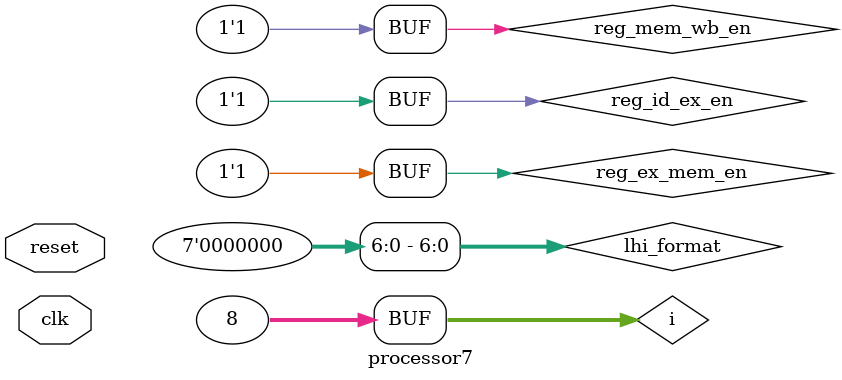
<source format=v>

module processor7 (
	input clk, reset
);

//reg [15:0] pc_current = 16'd0;
wire [15:0] pc_current_value;
reg pc_enable = 1'b1;

wire [15:0] IWR, pc_1, alu3_src2_value, alu3_out, sign_extended_6_id, sign_extended_9_id;
wire [15:0] T1, T2, alu1_out, sign_extended_6_ex, sign_extended_9_ex, T3, alu1_src2_4, T4;
wire [15:0] lhi_format;

reg [15:0] reg_addr1, pc_2, alu1_src2_value, pc_3, rfd3;

wire [2:0] temp_addr, alu_control_signal;
reg [2:0] rfa3;

wire t3_sel, branch, jump, load, sig_multiple, sig_all, mem_read, mem_write, reg_write;
wire [1:0] alu1_src, alu1_op, jump_type, reg_src1, reg_write_data_sel, reg_write_addr_sel;

reg carry_flag, zero_flag;

wire carry, zero, modify_reg_write, new_reg_write;


wire stall_condition_sp;
wire r_type_id, sw_id, br_id, sig_mult_or_all_id, adi_instr, store_multiple_id, store_all_id; 

wire [2:0] ra_id, ra_ex, ra_mem, ra_wb, rb_id, rb_ex, rb_mem, rb_wb, rc_ex, rc_mem, rc_wb;

wire r_type_ex, r_type_mem, r_type_wb;

wire condition1_t1_r1, condition1_t1_r2, condition1_t1_r;
wire condition2_t1_r1, condition2_t1_r2, condition2_t1_r;
wire condition3_t1_r1, condition3_t1_r2, condition3_t1_r;

wire condition1_t2_r1, condition1_t2_r2, condition1_t2_r3, condition1_t2_r;
wire condition2_t2_r1, condition2_t2_r2, condition2_t2_r3, condition2_t2_r;
wire condition3_t2_r1, condition3_t2_r2, condition3_t2_r3, condition3_t2_r;

wire [15:0] value_from_ex_to_id_r, value_from_mem_to_id_r, value_from_wb_to_id_r;

wire lw_lhi_ex, lw_lhi_mem, lw_lhi_wb;

wire stall_condition_t1_lw_lhi1, stall_condition_t1_lw_lhi2, stall_condition_t1_lw_lhi;
wire condition1_t1_lw_lhi1, condition1_t1_lw_lhi2, condition1_t1_lw_lhi;
wire condition2_t1_lw_lhi1, condition2_t1_lw_lhi2, condition2_t1_lw_lhi;

wire stall_condition_t2_lw_lhi1, stall_condition_t2_lw_lhi2, stall_condition_t2_lw_lhi3, stall_condition_t2_lw_lhi;
wire condition1_t2_lw_lhi1, condition1_t2_lw_lhi2, condition1_t2_lw_lhi3, condition1_t2_lw_lhi;
wire condition2_t2_lw_lhi1, condition2_t2_lw_lhi2, condition2_t2_lw_lhi3, condition2_t2_lw_lhi;

wire [15:0] value_from_mem_to_id_lw_lhi, value_from_wb_to_id_lw_lhi;

wire jal_jlr_ex, jal_jlr_mem, jal_jlr_wb;
wire condition1_t1_jal_jlr1, condition1_t1_jal_jlr2, condition1_t1_jal_jlr;
wire condition2_t1_jal_jlr1, condition2_t1_jal_jlr2, condition2_t1_jal_jlr;
wire condition3_t1_jal_jlr1, condition3_t1_jal_jlr2, condition3_t1_jal_jlr;
wire condition1_t2_jal_jlr1, condition1_t2_jal_jlr2, condition1_t2_jal_jlr3, condition1_t2_jal_jlr;
wire condition2_t2_jal_jlr1, condition2_t2_jal_jlr2, condition2_t2_jal_jlr3, condition2_t2_jal_jlr;
wire condition3_t2_jal_jlr1, condition3_t2_jal_jlr2, condition3_t2_jal_jlr3, condition3_t2_jal_jlr;
wire [15:0] value_from_ex_to_id_jal_jlr, value_from_mem_to_id_jal_jlr, value_from_wb_to_id_jal_jlr;

wire lm_ex, lm_mem;
wire condition1_t1_lm1, condition1_t1_lm2, condition1_t1_lm;
wire condition2_t1_lm1, condition2_t1_lm2,  condition2_t1_lm3, condition2_t1_lm4, condition2_t1_lm;
wire condition1_t2_lm1, condition1_t2_lm2, condition1_t2_lm3, condition1_t2_lm;
wire condition2_t2_lm1, condition2_t2_lm2, condition2_t2_lm3, condition2_t2_lm4, condition2_t2_lm5, condition2_t2_lm6, condition2_t2_lm;
wire [15:0] value_from_mem_to_id_lm, value_from_wb_to_id_lm;

wire la_ex, la_mem;
wire condition1_t1_la1, condition1_t1_la2, condition1_t1_la;
wire condition2_t1_la1, condition2_t1_la2, condition2_t1_la3, condition2_t1_la4, condition2_t1_la;
wire condition1_t2_la1, condition1_t2_la2, condition1_t2_la3, condition1_t2_la;
wire condition2_t2_la1, condition2_t2_la2, condition2_t2_la3, condition2_t2_la4, condition2_t2_la5, condition2_t2_la6, condition2_t2_la;

wire [15:0] value_from_mem_to_id_la, value_from_wb_to_id_la;

wire adi_ex, adi_mem, adi_wb;
wire condition1_t1_adi1, condition1_t1_adi2, condition1_t1_adi;
wire condition2_t1_adi1, condition2_t1_adi2, condition2_t1_adi;
wire condition3_t1_adi1, condition3_t1_adi2, condition3_t1_adi;
wire condition1_t2_adi1, condition1_t2_adi2, condition1_t2_adi3, condition1_t2_adi;
wire condition2_t2_adi1, condition2_t2_adi2, condition2_t2_adi3, condition2_t2_adi;
wire condition3_t2_adi1, condition3_t2_adi2, condition3_t2_adi3, condition3_t2_adi;
wire [15:0] value_from_ex_to_id_adi, value_from_mem_to_id_adi, value_from_wb_to_id_adi;


/////
wire store_all_ex, store_all_mem;
/////

////////////////////////
reg [2:0] reg_addr2, counter_store_multiple, counter_store_all, k_multiple, k_all;
reg counter_store_multiple_en, counter_store_all_en, k_multiple_en, k_all_en, reg_write_sp;
reg shift_reg_store_en, mem_write_sp, shift_reg_load_en, counter_load_multiple_en, counter_load_all_en;
reg [7:0] shift_reg_store, shift_reg_load;
reg [2:0] counter_load, counter_load_multiple, counter_load_all;
wire [15:0] alu1_src1_value;
wire alu1_extra_control_sig;

//////////////////////
reg flush_condition_ex1;
wire flush_condition_ex2;
wire flush_condition_ex3;
wire flush_condition_ex;
wire flush_condition_id;
wire flush_condition_mem;

reg [15:0] T1_new, T2_new;

reg reg_if_id_en = 1'b1;
reg reg_id_ex_en = 1'b1;
reg reg_ex_mem_en = 1'b1;
reg reg_mem_wb_en = 1'b1;

reg [48:0] IF_ID_reg = 49'b0;
reg [115:0] ID_EX_reg = 116'b0;
reg [96:0] EX_MEM_reg = 97'b0;
reg [77:0] MEM_WB_reg = 78'b0;

reg [33:0] look_up_table_branch [0:7];
reg [2:0] look_up_table_branch_top;

reg [1:0] fsm_table [0:7];

reg flag1, flag2, flag3, flag4, match_sig, match_sig1;
//reg [2:0] i;
integer i;
integer i_var;
reg [15:0] bta, bta1;

initial
begin
	for(i=0; i<8; i=i+1)
		look_up_table_branch[i] = 0;
	
	look_up_table_branch_top = 0;
	
	fsm_table[0] = 2'b00;
	fsm_table[1] = 2'b01;
	fsm_table[2] = 2'b00;
	fsm_table[3] = 2'b11;
	fsm_table[4] = 2'b00;
	fsm_table[5] = 2'b11;
	fsm_table[6] = 2'b10;
	fsm_table[7] = 2'b11;
	
//	pc_current = 0;
	IF_ID_reg = 0;
	ID_EX_reg = 0;
	EX_MEM_reg = 0;
	MEM_WB_reg = 0;
	carry_flag = 0;
	zero_flag = 0;
	
	counter_load_all = 0;
	counter_load_multiple = 0;
	counter_store_all = 0;
	counter_store_multiple = 0;
	k_multiple = 0;
	k_all = 0;
	
	counter_load_all_en = 1'b0;
	counter_load_multiple_en = 1'b0;
	counter_store_all_en = 1'b0;
	counter_store_multiple_en = 1'b0;
	k_multiple_en = 1'b0;
	k_all_en = 1'b0;
end

/////////////////// in instruction fetch (IF) state ////////////////

//instruction_memory imem (
//								.pc(pc_current),
//								.instruction(IWR));

instruction_memory imem (
								.pc(pc_current_value),
								.instruction(IWR));

always @(*) begin
	flag3 = 0;
	for (i=0; i<8; i=i+1)
		if(flag3 != 1) begin
			if ((look_up_table_branch[i][33:18] == pc_current_value) && (look_up_table_branch[i][1] == 1'b1)) begin
				bta <= look_up_table_branch[i][17:2];
				match_sig <= 1'b1;
				flag3 = 1;
			end
			else begin
				bta <= 16'd0;
				match_sig <= 1'b0;
			end
		end
end
			
			
								
//alu_adder alu2 (.a(pc_current),
//						.b(16'd1),
//						.alu_result(pc_1));

alu_adder alu2 (.a(pc_current_value),
						.b(16'd1),
						.alu_result(pc_1));


/////////////////// end of if ////////////////////////

always @(posedge clk)
	begin
		if (reg_if_id_en)
			begin
				if (flush_condition_id | flush_condition_ex | flush_condition_mem)
					IF_ID_reg <= 0;
				else begin
					IF_ID_reg[48] <= match_sig;
//					IF_ID_reg[47:32] <= pc_current;
					IF_ID_reg[47:32] <= pc_current_value;
					IF_ID_reg[31:16] <= pc_1;
					IF_ID_reg[15:0] <= IWR;
				end
			end
		//pc_current <= pc_1;
	end

/////////////////// in instruction decode and register read (ID-OF) state //////////////

control_unit cu (
					.reset( reset ),
					.opcode( IF_ID_reg[15:12] ),
					.alu1_src( alu1_src ),
					.alu1_op( alu1_op ),
					.t3_sel( t3_sel ),
					.load( load ),
					.sig_multiple( sig_multiple ),
					.sig_all( sig_all ),
					.branch( branch ),
					.jump( jump ),
					.jump_type( jump_type ),
					.reg_src1( reg_src1 ),
					.mem_read( mem_read ),
					.mem_write( mem_write ),
					.reg_write( reg_write ),
					.reg_write_data_sel( reg_write_data_sel ),
					.reg_write_addr_sel( reg_write_addr_sel )
					);
				
					
alu_adder alu3 (
					.a( IF_ID_reg[47:32] ),		//pc_current
					.b( alu3_src2_value ),		//alu3_src2
					.alu_result( alu3_out )		//alu3_out
					);

// se6 of IWR(5:0)					
assign sign_extended_6_id = {{10{IF_ID_reg[5]}}, IF_ID_reg[5:0]};

// se9 of IWR(8:0)
assign sign_extended_9_id = {{7{IF_ID_reg[8]}}, IF_ID_reg[8:0]};

// control signal is jump_type ans branch
assign alu3_src2_value = (~branch & jump) ? sign_extended_9_id : sign_extended_6_id;


register_file1 reg_file (
								.clk( clk ),
								.rst( reset ),
								.reg_write_en( reg_write_sp ),
								.reg_read_addr_1( reg_addr1 ),		//rf_a1
								.reg_read_data_1( T1 ),		//rf_d1
								.reg_read_addr_2( reg_addr2 ),		//rf_a2 = IWR(8:6)
								.reg_read_data_2( T2 ),		//rf_d2
								.reg_write_dest( rfa3 ),		//rf_a3
								.reg_write_data( rfd3 ),			//rf_d3
								.pc_enable_value( pc_enable ),
								.pc_value_out( pc_current_value ),
								.condition1( match_sig ),
								.condition2( (match_sig1 & ((EX_MEM_reg[13] & EX_MEM_reg[12]) & (EX_MEM_reg[16]) & (counter_load_multiple[2] & counter_load_multiple[1] & ~counter_load_multiple[0]))) ),
								.condition3( (~IF_ID_reg[48] & ((jump & (jump_type[0] ^ jump_type[1])) & (& IF_ID_reg[11:9]))) ),
								.condition4( (~IF_ID_reg[48] & (jump & (jump_type[0] ^ jump_type[1]) & ~(& IF_ID_reg[11:9]))) ),
								.condition5( ((ID_EX_reg[10] & (ID_EX_reg[115] ^ zero)) | (~ID_EX_reg[115] & (ID_EX_reg[9] & ~(ID_EX_reg[8] | ID_EX_reg[7])))) ),
								.condition6( (~ID_EX_reg[115] & ((~ID_EX_reg[16] & ID_EX_reg[4]) & (& rc_ex))) ),
								.condition7( (~ID_EX_reg[115] & ((ID_EX_reg[4] & (~ID_EX_reg[13]) & (~ID_EX_reg[9]) & ID_EX_reg[16]) & (& rb_ex))) ),
								.condition8( (~EX_MEM_reg[80] & ((EX_MEM_reg[13] & ~(EX_MEM_reg[12] ^ EX_MEM_reg[11])) & (& ra_mem))) ),
								.condition9( (~match_sig1 & ((EX_MEM_reg[13] & EX_MEM_reg[12]) & (EX_MEM_reg[16]) & (counter_load_multiple[2] & counter_load_multiple[1] & ~counter_load_multiple[0]))) ),
								.value1( bta ),
								.value2( bta1 ),
								.value3( IF_ID_reg[31:16] ),
								.value4( pc_2 ),
								.value5( pc_3 ),
								.value6( T3 ),
								.value7( T3 ),
								.value8( T4 ),
								.value9( T4 ),
								.value10( pc_1 )
								);
						
always @(posedge clk)
	if ((counter_store_multiple == 7) | (k_multiple == 7))
		counter_store_multiple_en <= 1'b0;
	else if (sig_multiple & (~load))
		counter_store_multiple_en <= 1'b1;
	

always @(posedge clk)
	if ((counter_store_multiple_en | (~load & sig_multiple)) & (|(k_multiple ^ 3'b111)))
		counter_store_multiple <= counter_store_multiple + 1;

always @(posedge clk)
	if ((counter_store_all == 6) | (k_all == 6))
		counter_store_all_en <= 1'b0;
	else if (sig_all & (~load))
		counter_store_all_en <= 1'b1;
	

always @(posedge clk)
	if ((counter_store_all_en | (~load & sig_all)) & (|(k_all ^ 3'b110))) begin
		counter_store_all <= counter_store_all + 1;
		if (counter_store_all == 6)
			counter_store_all <= 0;
	end

always @(*)
	if (~load & sig_multiple)
		reg_addr2 <= counter_store_multiple;
	else if (~load & sig_all)
		reg_addr2 <= counter_store_all;
	else
		reg_addr2 <= IF_ID_reg[8:6];

always @(*)
	case (reg_src1)
		2'b00: reg_addr1 <= IF_ID_reg[11:9];
		2'b01: reg_addr1 <= IF_ID_reg[8:6];
		default: reg_addr1 <= IF_ID_reg[11:9];
	endcase

always @(*)
	if ((branch == 1'b1) || (jump_type == 2'b01))
		pc_2 <= alu3_out;
	else if (jump_type == 2'b10)
		pc_2 <= T1;
	else
		pc_2 <= 16'bz;

////
		
always @(posedge clk)
	if (k_multiple == 7)
		k_multiple_en <= 1'b0;
	else if (sig_multiple)
		k_multiple_en <= 1'b1;
	

always @(posedge clk)
	if (k_multiple_en)
		k_multiple <= k_multiple + 1;

always @(posedge clk)
	if (k_all == 6)
		k_all_en <= 1'b0;
	else if (sig_all)
		k_all_en <= 1'b1;
		
always @(posedge clk)
	if (k_all_en) begin
		k_all <= k_all + 1;
		if (k_all == 6)
			k_all <= 0;
	end
		
////		

//////// Correction of Violation //////////////////

assign stall_condition_sp = (((sig_multiple == 1'b1) && (k_multiple < 7)) || ((sig_all == 1'b1) && (k_all < 6))) ? 1'b1 : 1'b0;
//assign stall_condition_sp = (((sig_multiple == 1'b1) && (k_multiple < 6)) || ((sig_all == 1'b1) && (k_all < 5))) ? 1'b1 : 1'b0;

always @(*)
	if (~(flush_condition_id | flush_condition_ex | flush_condition_mem) & (stall_condition_t1_lw_lhi | stall_condition_t2_lw_lhi | stall_condition_sp)) begin
		pc_enable <= 1'b0;
		reg_if_id_en <= 1'b0;
	end
	else begin
		pc_enable <= 1'b1;
		reg_if_id_en <= 1'b1;
	end
	

always @(*)
	if (condition1_t1_lw_lhi)
		T1_new <= value_from_mem_to_id_lw_lhi;
	else if (condition2_t1_lw_lhi)
		T1_new <= value_from_wb_to_id_lw_lhi;
	else if (condition1_t1_lm)
		T1_new <= value_from_mem_to_id_lm;
	else if (condition2_t1_lm)
		T1_new <= value_from_wb_to_id_lm;
	else if (condition1_t1_la)
		T1_new <= value_from_mem_to_id_la;
	else if (condition2_t1_la)
		T1_new <= value_from_wb_to_id_la;
	else if (condition1_t1_r)
		T1_new <= value_from_ex_to_id_r;
	else if (condition2_t1_r)
		T1_new <= value_from_mem_to_id_r;
	else if (condition3_t1_r)
		T1_new <= value_from_wb_to_id_r;
	else if (condition1_t1_adi)
		T1_new <= value_from_ex_to_id_adi;
	else if (condition2_t1_adi)
		T1_new <= value_from_mem_to_id_adi;
	else if (condition3_t1_adi)
		T1_new <= value_from_wb_to_id_adi;
	else if (condition1_t1_jal_jlr)
		T1_new <= value_from_ex_to_id_jal_jlr;
	else if (condition2_t1_jal_jlr)
		T1_new <= value_from_mem_to_id_jal_jlr;
	else if (condition3_t1_jal_jlr)
		T1_new <= value_from_wb_to_id_jal_jlr;
	else
		T1_new <= T1;

always @(*)
	if (condition1_t2_lw_lhi)
		T2_new <= value_from_mem_to_id_lw_lhi;
	else if (condition2_t2_lw_lhi)
		T2_new <= value_from_wb_to_id_lw_lhi;
	else if (condition1_t2_lm)
		T2_new <= value_from_mem_to_id_lm;
	else if (condition2_t2_lm)
		T2_new <= value_from_wb_to_id_lm;
	else if (condition1_t2_la)
		T2_new <= value_from_mem_to_id_la;
	else if (condition2_t2_la)
		T2_new <= value_from_wb_to_id_la;
	else if (condition1_t2_r)
		T2_new <= value_from_ex_to_id_r;
	else if (condition2_t2_r)
		T2_new <= value_from_mem_to_id_r;
	else if (condition3_t2_r)
		T2_new <= value_from_wb_to_id_r;
	else if (condition1_t2_adi)
		T2_new <= value_from_ex_to_id_adi;
	else if (condition2_t2_adi)
		T2_new <= value_from_mem_to_id_adi;
	else if (condition3_t2_adi)
		T2_new <= value_from_wb_to_id_adi;
	else if (condition1_t2_jal_jlr)
		T2_new <= value_from_ex_to_id_jal_jlr;
	else if (condition2_t2_jal_jlr)
		T2_new <= value_from_mem_to_id_jal_jlr;
	else if (condition3_t2_jal_jlr)
		T2_new <= value_from_wb_to_id_jal_jlr;
	else
		T2_new <= T2;


///////////////////////////////////////////////////////////

// flush condition

//assign flush_condition_id = (jump & (jump_type[0] ^ jump_type[1]));

assign flush_condition_id = ((jump & (jump_type[0] ^ jump_type[1])) && (~IF_ID_reg[48])) ? 1'b1 : 1'b0;

//////////////////

/////////////////// end of id-of ///////////////////////////////////

always @(posedge clk)
	if (reg_id_ex_en)
		begin
			if (flush_condition_ex | flush_condition_mem)
				ID_EX_reg <= 0;
			else begin
				ID_EX_reg[115] <= IF_ID_reg[48];	//match_sig
				ID_EX_reg[114:99] <= IF_ID_reg[47:32];	//pc_current
				
				ID_EX_reg[98:83] <= T1_new;	//T1
				ID_EX_reg[82:67] <= T2_new;	//T2
				ID_EX_reg[66:51] <= pc_2;	//pc_2
				ID_EX_reg[50:35] <= IF_ID_reg[31:16];	//pc_1
				
//				if (~(sig_multiple ^ sig_all) & (stall_condition_ra_rl | stall_condition_rb_rl))
//					ID_EX_reg[34:0] <= 35'd0;
//				else
				if (~(sig_multiple ^ sig_all) & (stall_condition_t1_lw_lhi | stall_condition_t2_lw_lhi)) begin
					ID_EX_reg[34:0] <= 35'd0;
					
					ID_EX_reg[115:35] <= 0;
				end
				else
				begin
					ID_EX_reg[34:19] <= IF_ID_reg[15:0];	//IWR
					
					ID_EX_reg[18:17] <= alu1_src;
					ID_EX_reg[16:15] <= alu1_op;
					ID_EX_reg[14] <= t3_sel;
					ID_EX_reg[13] <= load;
					ID_EX_reg[12] <= sig_multiple;
					ID_EX_reg[11] <= sig_all;
					ID_EX_reg[10] <= branch;
					ID_EX_reg[9] <= jump;
					ID_EX_reg[8:7] <= jump_type;
															//removing reg_src1;
					ID_EX_reg[6] <= mem_read;
					ID_EX_reg[5] <= mem_write;
					ID_EX_reg[4] <= reg_write;
					ID_EX_reg[3:2] <= reg_write_data_sel;
					ID_EX_reg[1:0] <= reg_write_addr_sel;
				end
			end
		end

/////////////////// in execution state (EX) state ////////////////

alu_control alu_control_dut (
										.aluop( ID_EX_reg[16:15] ),
										.condition_cz( ID_EX_reg[20:19] ),
										.alu_control( alu_control_signal )
										);
										
alu1 alu1_dut (
					.a( alu1_src1_value ),
					.b( alu1_src2_value ),
					.carry_flag( carry_flag ),
					.zero_flag( zero_flag ),
					.alu_control( alu_control_signal ),
					.alu_result( alu1_out ),
					.zero( zero ),
					.carry( carry ),
					.modify_reg_write( modify_reg_write )
					);

					
//T3 sel
assign T3 = (ID_EX_reg[14]) ? lhi_format : alu1_out;

assign lhi_format = {ID_EX_reg[27:19], 7'b0};

//SE6 of IWR(5:0)					
assign sign_extended_6_ex = {{10{ID_EX_reg[24]}}, ID_EX_reg[24:19]};

//SE6 of IWR(8:0)
assign sign_extended_9_ex = {{7{ID_EX_reg[27]}}, ID_EX_reg[27:19]};

always @(*)
	case (ID_EX_reg[18:17])	//alu1_src
		2'b00: alu1_src2_value <= ID_EX_reg[82:67];	//T2
		2'b01: alu1_src2_value <= sign_extended_6_ex;	//se IWR(5:0)
		2'b10: alu1_src2_value <= sign_extended_9_ex;	//se IWR(8:0)
		2'b11: alu1_src2_value <= alu1_src2_4;		//temp
	endcase

//
assign alu1_src2_4 = (alu1_extra_control_sig) ? 16'd1 : 16'd0;
assign alu1_src1_value = (alu1_extra_control_sig) ? EX_MEM_reg[63:48] : ID_EX_reg[98:83];// ? T3 : T1

///////////////// alert change this according to pipeline reg/////
assign alu1_extra_control_sig = (((sig_multiple ^ sig_all) == 1'b1) && ((k_multiple_en==1'b1 && k_multiple > 0) || (k_all_en==1'b1 && k_all > 0)));
	
//modify_reg_write
assign new_reg_write = (modify_reg_write) ? 1'b0 : ID_EX_reg[4];	//reg_write

// pc_3
always @(*)
	if (ID_EX_reg[10])	//branch
		if (zero)
			pc_3 <= ID_EX_reg[66:51];	// taken (to pc_2)
		else
			pc_3 <= ID_EX_reg[50:35];	//not taken (go to pc_1)
	else if ((ID_EX_reg[9] == 1'b1) && (ID_EX_reg[8:7] == 2'b00))	//jump, jump_type
		pc_3 <= T3;	//T3
	else
		pc_3 <= ID_EX_reg[50:35];	//pc_1
		
///////////////
// flush condition

//assign flush_condition_ex = ((ID_EX_reg[10] & zero) | (ID_EX_reg[9] & ~(| ID_EX_reg[8:7])));

always @(*)
	if (ID_EX_reg[115])		//match_sig in EX
		if (((ID_EX_reg[10] & zero) | (ID_EX_reg[9] & ~(| ID_EX_reg[8:7]))))
			flush_condition_ex1 <= 1'b0;
		else
			flush_condition_ex1 <= 1'b1;
	else
		if (((ID_EX_reg[10] & zero) | (ID_EX_reg[9] & ~(| ID_EX_reg[8:7]))))
			flush_condition_ex1 <= 1'b1;
		else
			flush_condition_ex1 <= 1'b0;

assign flush_condition_ex2 = (((ID_EX_reg[4] & (~ID_EX_reg[13]) & (~ID_EX_reg[9]) & ID_EX_reg[16]) & (& rb_ex)) & ~ID_EX_reg[115]) ? 1'b1 : 1'b0;
assign flush_condition_ex3 = (((~ID_EX_reg[16] & ID_EX_reg[4]) & (& rc_ex)) & ~ID_EX_reg[115]) ? 1'b1 : 1'b0;
assign flush_condition_ex = flush_condition_ex1 | flush_condition_ex2 | flush_condition_ex3;

assign flush_condition_mem1 = (((EX_MEM_reg[13] & ~(EX_MEM_reg[12] ^ EX_MEM_reg[11])) & (& ra_mem)) & ~EX_MEM_reg[80]) ? 1'b1 : 1'b0;
//assign flush_condition_mem2 = (((EX_MEM_reg[13] & EX_MEM_reg[12]) & (EX_MEM_reg[16]) & (counter_load_multiple[2] & counter_load_multiple[1] & ~counter_load_multiple[0])) & ~EX_MEM_reg[80]) ? 1'b1 : 1'b0;
assign flush_condition_mem2 = (((EX_MEM_reg[13] & EX_MEM_reg[12]) & (EX_MEM_reg[16]) & (counter_load_multiple[2] & counter_load_multiple[1] & ~counter_load_multiple[0])) & ~match_sig1) ? 1'b1 : 1'b0;
assign flush_condition_mem = flush_condition_mem1 | flush_condition_mem2;

always @(*) begin
	flag4 = 0;
	for (i=0; i<8; i=i+1)
		if(flag4 != 1) begin
			if ((look_up_table_branch[i][33:18] == EX_MEM_reg[96:81]) && (look_up_table_branch[i][1] == 1'b1)) begin
				bta1 <= look_up_table_branch[i][17:2];
				match_sig1 <= 1'b1;
				flag4 = 1;
			end
			else begin
				bta1 <= 16'd0;
				match_sig1 <= 1'b0;
			end
		end
end

///////// pc_updation ///////////////

always @(posedge clk) begin
	if (jump & (jump_type[0] ^ jump_type[1])) begin		// jump and jumptype jal, jlr
		flag1 = 0;
		for(i=0; i<8; i=i+1)
			if ((look_up_table_branch[i][33:18] == IF_ID_reg[47:32]) && ((| look_up_table_branch_top) == 1'b1)) begin	// match with pc of instr
				flag1 = 1;
				i_var = i;
			end
		if (flag1 == 0) begin
//			look_up_table_branch[look_up_table_branch_top] <= {IF_ID_reg[47:32], pc_2, 2'b11};	//pc, bta, hb
			look_up_table_branch_top <= look_up_table_branch_top + 1;
			if (& IF_ID_reg[11:9])	//dest =7
				look_up_table_branch[look_up_table_branch_top] <= {IF_ID_reg[47:32], IF_ID_reg[31:16], 2'b11};	//pc, bta, hb
			else
				look_up_table_branch[look_up_table_branch_top] <= {IF_ID_reg[47:32], pc_2, 2'b11};	//pc, bta, hb
		end
		else
			if (& IF_ID_reg[11:9])
				look_up_table_branch[i_var][17:2] <= IF_ID_reg[31:16];
			else
				look_up_table_branch[i_var][17:2] <= pc_2;
				
	end
	else if ((ID_EX_reg[10]) | (ID_EX_reg[9] & ~(ID_EX_reg[8] | ID_EX_reg[7]))) begin
		flag2 = 0;
		for(i=0; i<8; i=i+1)
			if ((look_up_table_branch[i][33:18] == ID_EX_reg[114:99]) && ((| look_up_table_branch_top) == 1'b1)) begin	// match with pc of instr
				flag2 = 1;
				i_var = i;
				$display("time = %0t, i = %d",$time, i);
			end
		if (flag2 == 0) begin
			//look_up_table_branch[look_up_table_branch_top] <= {ID_EX_reg[114:99], ID_EX_reg[66:51], ((ID_EX_reg[10] & zero) | (ID_EX_reg[9] & ~(ID_EX_reg[8] | ID_EX_reg[7]))), ~((ID_EX_reg[10] & zero) | (ID_EX_reg[9] & ~(ID_EX_reg[8] | ID_EX_reg[7])))};	//pc, bta, hb
			look_up_table_branch_top <= look_up_table_branch_top + 1;
			if (ID_EX_reg[10])
				look_up_table_branch[look_up_table_branch_top] <= {ID_EX_reg[114:99], ID_EX_reg[66:51], (ID_EX_reg[10] & zero), ~(ID_EX_reg[10] & zero)};	//pc, bta, hb
			else
				look_up_table_branch[look_up_table_branch_top] <= {ID_EX_reg[114:99], T3, 2'b11};	//pc, bta, hb
		end
		else begin
			look_up_table_branch[i_var][1:0] <= fsm_table[{look_up_table_branch[i_var][1:0], ((ID_EX_reg[10] & zero) | (ID_EX_reg[9] & ~(ID_EX_reg[8] | ID_EX_reg[7])))}];
			if (ID_EX_reg[10])
				look_up_table_branch[i_var][17:2] <= ID_EX_reg[66:51];
			else
				look_up_table_branch[i_var][17:2] <= T3;
		end
	end
	else if (((~ID_EX_reg[16] & ID_EX_reg[4]) & (& rc_ex)) | ((ID_EX_reg[4] & (~ID_EX_reg[13]) & (~ID_EX_reg[9]) & ID_EX_reg[16]) & (& rb_ex))) begin
		flag2 = 0;
		for(i=0; i<8; i=i+1)
			if ((look_up_table_branch[i][33:18] == ID_EX_reg[114:99]) && ((| look_up_table_branch_top) == 1'b1)) begin	// match with pc of instr
				flag2 = 1;
				i_var = i;
				$display("time = %0t, i = %d",$time, i);
			end
		if (flag2 == 0) begin
			//look_up_table_branch[look_up_table_branch_top] <= {ID_EX_reg[114:99], ID_EX_reg[66:51], ((ID_EX_reg[10] & zero) | (ID_EX_reg[9] & ~(ID_EX_reg[8] | ID_EX_reg[7]))), ~((ID_EX_reg[10] & zero) | (ID_EX_reg[9] & ~(ID_EX_reg[8] | ID_EX_reg[7])))};	//pc, bta, hb
			look_up_table_branch_top <= look_up_table_branch_top + 1;
			look_up_table_branch[look_up_table_branch_top] <= {ID_EX_reg[114:99], T3, 2'b11};	//pc, bta, hb
		end
		else
			look_up_table_branch[i_var][17:2] <= T3;
	end
	else if (((EX_MEM_reg[13] & ~(EX_MEM_reg[12] ^ EX_MEM_reg[11])) & (& ra_mem)) | ((EX_MEM_reg[13] & EX_MEM_reg[12]) & (EX_MEM_reg[16]) & (counter_load_multiple[2] & counter_load_multiple[1] & ~counter_load_multiple[0]))) begin
		flag2 = 0;
		for(i=0; i<8; i=i+1)
			if ((look_up_table_branch[i][33:18] == EX_MEM_reg[96:81]) && ((| look_up_table_branch_top) == 1'b1)) begin	// match with pc of instr
				flag2 = 1;
				i_var = i;
				$display("time = %0t, i = %d",$time, i);
			end
		if (flag2 == 0) begin
			//look_up_table_branch[look_up_table_branch_top] <= {ID_EX_reg[114:99], ID_EX_reg[66:51], ((ID_EX_reg[10] & zero) | (ID_EX_reg[9] & ~(ID_EX_reg[8] | ID_EX_reg[7]))), ~((ID_EX_reg[10] & zero) | (ID_EX_reg[9] & ~(ID_EX_reg[8] | ID_EX_reg[7])))};	//pc, bta, hb
			look_up_table_branch_top <= look_up_table_branch_top + 1;
			look_up_table_branch[look_up_table_branch_top] <= {EX_MEM_reg[96:81], T4, 2'b11};	//pc, bta, hb
		end
		else
			look_up_table_branch[i_var][17:2] <= T4;
	end
end

////////////////////////////////////////////////////

/////////////////// end of ex ////////////////////////////////////


always @(posedge clk)
	if (reg_ex_mem_en)
		begin
			if (flush_condition_mem)
				EX_MEM_reg <= 0;
			else begin
				carry_flag <= carry;
				
				EX_MEM_reg[96:81] <= ID_EX_reg[114:99];	//pc_current
				EX_MEM_reg[80] <= ID_EX_reg[115]; //match_sig
				EX_MEM_reg[79:64] <= ID_EX_reg[82:67];	//T2
				EX_MEM_reg[63:48] <= T3;	//T3
				EX_MEM_reg[47:32] <= ID_EX_reg[50:35];	//pc_1
				EX_MEM_reg[31:16] <= ID_EX_reg[34:19];	//IWR
				
				//control signals
																// removing alu1_src;
				EX_MEM_reg[15:14] <= ID_EX_reg[16:15];			// alu1_op;
																//removing t3_sel;
				EX_MEM_reg[13] <= ID_EX_reg[13];		//load;
				EX_MEM_reg[12] <= ID_EX_reg[12];			//sig_multiple
				EX_MEM_reg[11] <= ID_EX_reg[11];			//sig_all
				EX_MEM_reg[10] <= ID_EX_reg[10];				// branch;
				EX_MEM_reg[9] <= ID_EX_reg[9];				// jump;
				EX_MEM_reg[8:7] <= ID_EX_reg[8:7];				// jump_type;
														//removing reg_src1;
				EX_MEM_reg[6] <= ID_EX_reg[6];		//mem_read;
				EX_MEM_reg[5] <= ID_EX_reg[5];		//mem_write;
				EX_MEM_reg[4] <= new_reg_write;		//reg_write;
				EX_MEM_reg[3:2] <= ID_EX_reg[3:2];	//reg_write_data_sel;
				EX_MEM_reg[1:0] <= ID_EX_reg[1:0];	//reg_write_addr_sel;
			end
		end
	
always @(posedge clk)
	if (ID_EX_reg[12])	//sig_multiple
		shift_reg_store_en <= 1'b1;
	else
		shift_reg_store_en <= 1'b0;

always @(posedge clk)
	if (shift_reg_store_en)
		shift_reg_store <= shift_reg_store << 1;
	else if (ID_EX_reg[12])		//sig_multiple
		shift_reg_store <= ID_EX_reg[26:19];		//IWR(7:0)

/////////////////// in Memory Access (MEM) state /////////////////

always @(*)
	if (EX_MEM_reg[12] & (~EX_MEM_reg[13]))		//sig_multiple and not load
		mem_write_sp <= shift_reg_store[7];
	else if (store_all_ex & store_all_mem)		//sig_all and not load from ID/EX
		mem_write_sp <= 1'b1;
	else
		mem_write_sp <= EX_MEM_reg[5];	//mem_write

data_memory data_memory_dut (
										.clk(clk),
										.mem_access_addr( EX_MEM_reg[63:48] ),	//T3
										.mem_write_data( EX_MEM_reg[79:64] ),			//T2
										.mem_write_en( mem_write_sp ),
										.mem_read( EX_MEM_reg[6] ),
										.mem_read_data( T4 )			//T4
										);

/// updation of zero_flag

always @(posedge clk)
	if (EX_MEM_reg[13])		//load
		zero_flag <= (T4 == 16'd0) ? 1'b1 : 1'b0;
	else
		zero_flag <= zero;
										
/////////////////// end of mem /////////////////////////////////

always @(posedge clk)
	if (reg_mem_wb_en)
		begin
			MEM_WB_reg[77:62] <= EX_MEM_reg[63:48];		//T3
			MEM_WB_reg[61:46] <= T4;		//T4
			MEM_WB_reg[45:30] <= EX_MEM_reg[47:32];		//pc_1
			MEM_WB_reg[29:14] <= EX_MEM_reg[31:16];		//IWR
		
			//control signals
															// removing alu1_src;
			MEM_WB_reg[13:12] <= EX_MEM_reg[15:14];			// alu1_op;
															//removing t3_sel;
			MEM_WB_reg[11] <= EX_MEM_reg[13];		//load;
			MEM_WB_reg[10] <= EX_MEM_reg[12];			// sig_multiple
			MEM_WB_reg[9] <= EX_MEM_reg[11];			// sig_all
			MEM_WB_reg[8] <= EX_MEM_reg[10];				// branch;
			MEM_WB_reg[7] <= EX_MEM_reg[9];				// jump;
			MEM_WB_reg[6:5] <= EX_MEM_reg[8:7];				// jump_type;
													//removing reg_src1;
													// removing mem_read;
													// removing mem_write;
			MEM_WB_reg[4] <= EX_MEM_reg[4];		//reg_write;
			MEM_WB_reg[3:2] <= EX_MEM_reg[3:2];		//reg_write_data_sel;
			MEM_WB_reg[1:0] <= EX_MEM_reg[1:0];		//reg_write_addr_sel;
		end

always @(posedge clk)
	if (EX_MEM_reg[12])	//sig_multiple
		shift_reg_load_en <= 1'b1;
		//shift_reg_load <= EX_MEM_reg[17:10];	//IWR(7:0)
	else
		shift_reg_load_en <= 1'b0;

always @(posedge clk)
	if (shift_reg_load_en)
		shift_reg_load <= shift_reg_load << 1;
	else if (EX_MEM_reg[12])	//sig_multiple
		shift_reg_load <= EX_MEM_reg[23:16];	//IWR(7:0)
		
always @(posedge clk)
	if (counter_load_multiple == 7)
		counter_load_multiple_en <= 1'b0;
	else if (EX_MEM_reg[13] & (EX_MEM_reg[12]))	//load and sig_multiple
		counter_load_multiple_en <= 1'b1;


always @(posedge clk)
	if (counter_load_multiple_en)
		counter_load_multiple <= counter_load_multiple + 1;

always @(posedge clk)
	if (counter_load_all == 6)
		counter_load_all_en <= 1'b0;
	else if (EX_MEM_reg[13] & EX_MEM_reg[11])	//load and sig_all
		counter_load_all_en <= 1'b1;
	

always @(posedge clk)
	if (counter_load_all_en) begin
		counter_load_all <= counter_load_all + 1;
		if (counter_load_all == 6)
			counter_load_all <= 0;
	end

/////////////////// in writeback (WB) state ///////////////////////

always @(*)
	if (MEM_WB_reg[11] & MEM_WB_reg[10])		//load and sig_multiple
		reg_write_sp <= shift_reg_load[7];
	else if ((MEM_WB_reg[11] & MEM_WB_reg[9]) & (EX_MEM_reg[13] & EX_MEM_reg[11]))		//load and sig_all
		reg_write_sp <= 1'b1;
	else
		reg_write_sp <= MEM_WB_reg[4];	//reg_write

always @(*)
	if (MEM_WB_reg[11] & MEM_WB_reg[10])	//load and sig_multiple
		counter_load <= counter_load_multiple;
	else if (MEM_WB_reg[11] & MEM_WB_reg[9])			//load and sig_all
		counter_load <= counter_load_all;
	else
		counter_load <= 0;

always @(*)
	case (MEM_WB_reg[3:2])	//reg_write_data_sel
		2'b00: rfd3 <= MEM_WB_reg[77:62];	//T3
		2'b01: rfd3 <= MEM_WB_reg[61:46];	//T4
		2'b10: rfd3 <= MEM_WB_reg[45:30];	//pc_1
		2'b11: rfd3 <= MEM_WB_reg[61:46];	//tmp = T4
	endcase
	
always @(*)
	case (MEM_WB_reg[1:0])	//reg_write_addr_sel
		2'b00: rfa3 <= MEM_WB_reg[22:20];	//IWR(8:6)
		2'b01: rfa3 <= MEM_WB_reg[25:23];	//IWR(11:9)
		2'b10: rfa3 <= MEM_WB_reg[19:17];	//IWR(5:3)
		2'b11: rfa3 <= counter_load;	//tmp
	endcase

/////////////////// end of wb ////////////////////////////////////

////////////////// Detection ////////////////////////////////

//assign r_type_id = ~alu1_op[1];
assign r_type_id = (~alu1_op[1]) & reg_write;	//alu1_op msb and reg_write
assign sw_id = mem_write;
assign br_id = branch;
assign sig_mult_or_all_id = sig_multiple ^ sig_all;
assign adi_instr = (reg_write & (~load) & (~jump) & (~r_type_id));
//assign load_sig_id = load;
assign store_multiple_id = (~load) & sig_multiple;
assign store_all_id = (~load) & sig_all;

assign store_all_ex = (~ID_EX_reg[13]) & ID_EX_reg[11];
assign store_all_mem = (~EX_MEM_reg[13]) & EX_MEM_reg[11];
//assign store_all_wb = (~MEM_WB_reg[11]) & MEM_WB_reg[9];

assign ra_id = IF_ID_reg[11:9]; //IWR(11:9)
assign ra_ex = ID_EX_reg[30:28];	//IWR(11:9)
assign ra_mem = EX_MEM_reg[27:25];	//IWR(11:9)
assign ra_wb = MEM_WB_reg[25:23];	//IWR(11:9)
assign rb_id = IF_ID_reg[8:6];	//IWR(8:6)
assign rb_ex = ID_EX_reg[27:25];	//IWR(8:6)
assign rb_mem = EX_MEM_reg[24:22];		//IWR(8:6)
assign rb_wb = MEM_WB_reg[22:20];		//IWR(8:6)
assign rc_ex = ID_EX_reg[24:22];	//IWR(5:3)
assign rc_mem = EX_MEM_reg[21:19];	//IWR(5:3)
assign rc_wb = MEM_WB_reg[19:17];	//IWR(5:3)

//////////// first instr is Rtype //////////////////////

//assign r_type_ex = ~ID_EX_reg[16];
//assign r_type_mem = ~EX_MEM_reg[15];
//assign r_type_wb = ~MEM_WB_reg[13];

assign r_type_ex = (~ID_EX_reg[16]) & ID_EX_reg[4];	//(not of msb of alu1_op) & reg_write;
assign r_type_mem = (~EX_MEM_reg[15]) & EX_MEM_reg[4];
assign r_type_wb = (~MEM_WB_reg[13]) & MEM_WB_reg[4];

//t1
assign condition1_t1_r1 = ((ra_id === rc_ex) && (new_reg_write === 1'b1) && (r_type_ex === 1'b1) && ((r_type_id | sw_id | br_id | (jump & ~(| jump_type)) | sig_mult_or_all_id | adi_instr) === 1'b1)) ? 1'b1 : 1'b0;
assign condition1_t1_r2 = ((rb_id === rc_ex) && (new_reg_write === 1'b1) && (r_type_ex === 1'b1) && (((load & (~t3_sel)) | (jump & jump_type[1] & (~jump_type[0]))) === 1'b1)) ? 1'b1 : 1'b0;
assign condition1_t1_r = (condition1_t1_r1 | condition1_t1_r2);

assign condition2_t1_r1 = ((ra_id === rc_mem) && (EX_MEM_reg[4] === 1'b1) && (r_type_mem === 1'b1) && ((r_type_id | sw_id | br_id | (jump & ~(| jump_type)) | sig_mult_or_all_id | adi_instr) === 1'b1)) ? 1'b1 : 1'b0;
assign condition2_t1_r2 = ((rb_id === rc_mem) && (EX_MEM_reg[4] === 1'b1) && (r_type_mem === 1'b1) && (((load & (~t3_sel)) | (jump & jump_type[1] & (~jump_type[0]))) === 1'b1)) ? 1'b1 : 1'b0;
assign condition2_t1_r = (condition2_t1_r1 | condition2_t1_r2);

assign condition3_t1_r1 = ((ra_id === rc_wb) && (MEM_WB_reg[4] === 1'b1) && (r_type_wb === 1'b1) && ((r_type_id | sw_id | br_id | (jump & ~(| jump_type)) | sig_mult_or_all_id | adi_instr) === 1'b1)) ? 1'b1 : 1'b0;
assign condition3_t1_r2 = ((rb_id === rc_wb) && (MEM_WB_reg[4] === 1'b1) && (r_type_wb === 1'b1) && (((load & (~t3_sel)) | (jump & jump_type[1] & (~jump_type[0]))) === 1'b1)) ? 1'b1 : 1'b0;
assign condition3_t1_r = (condition3_t1_r1 | condition3_t1_r2);

//t2
assign condition1_t2_r1 = ((rb_id === rc_ex) && (new_reg_write === 1'b1) && (r_type_ex === 1'b1) && ((r_type_id | sw_id | br_id) === 1'b1)) ? 1'b1 : 1'b0;
assign condition1_t2_r2 = ((counter_store_multiple === rc_ex) && (new_reg_write === 1'b1) && (r_type_ex === 1'b1) && (store_multiple_id === 1'b1)) ? 1'b1 : 1'b0;
assign condition1_t2_r3 = ((counter_store_all === rc_ex) && (new_reg_write === 1'b1) && (r_type_ex === 1'b1) && (store_all_id === 1'b1)) ? 1'b1 : 1'b0;
assign condition1_t2_r = (condition1_t2_r1 | condition1_t2_r2 | condition1_t2_r3);

assign condition2_t2_r1 = ((rb_id === rc_mem) && (EX_MEM_reg[4] === 1'b1) && (r_type_mem === 1'b1) && ((r_type_id | sw_id | br_id) === 1'b1)) ? 1'b1 : 1'b0;
assign condition2_t2_r2 = ((counter_store_multiple === rc_mem) && (EX_MEM_reg[4] === 1'b1) && (r_type_mem === 1'b1) && (store_multiple_id === 1'b1)) ? 1'b1 : 1'b0;
assign condition2_t2_r3 = ((counter_store_all === rc_mem) && (EX_MEM_reg[4] === 1'b1) && (r_type_mem === 1'b1) && (store_all_id === 1'b1)) ? 1'b1 : 1'b0;
assign condition2_t2_r = (condition2_t2_r1 | condition2_t2_r2 | condition2_t2_r3);

assign condition3_t2_r1 = ((rb_id === rc_wb) && (MEM_WB_reg[4] === 1'b1) && (r_type_wb === 1'b1) && ((r_type_id | sw_id | br_id) === 1'b1)) ? 1'b1 : 1'b0;
assign condition3_t2_r2 = ((counter_store_multiple === rc_wb) && (MEM_WB_reg[4] === 1'b1) && (r_type_wb === 1'b1) && (store_multiple_id === 1'b1)) ? 1'b1 : 1'b0;
assign condition3_t2_r3 = ((counter_store_all === rc_wb) && (MEM_WB_reg[4] === 1'b1) && (r_type_wb === 1'b1) && (store_all_id === 1'b1)) ? 1'b1 : 1'b0;
assign condition3_t2_r = (condition3_t2_r1 | condition3_t2_r2 | condition3_t2_r3);


assign value_from_ex_to_id_r = T3;
assign value_from_mem_to_id_r = EX_MEM_reg[63:48]; //it's also T3 in mem
assign value_from_wb_to_id_r = MEM_WB_reg[77:62]; //it's also T3 in wb

//////////// first instr is lw/lhi //////////////////////

assign lw_lhi_ex = ID_EX_reg[13] & ~(ID_EX_reg[12] ^ ID_EX_reg[11]);
assign lw_lhi_mem = EX_MEM_reg[13] & ~(EX_MEM_reg[12] ^ EX_MEM_reg[11]);
assign lw_lhi_wb = MEM_WB_reg[11] & ~(MEM_WB_reg[10] ^ MEM_WB_reg[9]);

//t1
assign stall_condition_t1_lw_lhi1 = ((ra_id === ra_ex) && (lw_lhi_ex === 1'b1) && ((r_type_id | sw_id | br_id | (jump & ~(| jump_type)) | sig_mult_or_all_id | adi_instr) === 1'b1)) ? 1'b1 : 1'b0;
assign stall_condition_t1_lw_lhi2 = ((rb_id === ra_ex) && (lw_lhi_ex === 1'b1) && (((load & (~t3_sel)) | (jump & jump_type[1] & (~jump_type[0]))) === 1'b1)) ? 1'b1 : 1'b0;
assign stall_condition_t1_lw_lhi = (stall_condition_t1_lw_lhi1 | stall_condition_t1_lw_lhi2);

assign condition1_t1_lw_lhi1 = ((ra_id === ra_mem) && (lw_lhi_mem === 1'b1) && ((r_type_id | sw_id | br_id | (jump & ~(| jump_type)) | sig_mult_or_all_id | adi_instr) === 1'b1)) ? 1'b1 : 1'b0;
assign condition1_t1_lw_lhi2 = ((rb_id === ra_mem) && (lw_lhi_mem === 1'b1) && (((load & (~t3_sel)) | (jump & jump_type[1] & (~jump_type[0]))) === 1'b1)) ? 1'b1 : 1'b0;
assign condition1_t1_lw_lhi = (condition1_t1_lw_lhi1 | condition1_t1_lw_lhi2);

assign condition2_t1_lw_lhi1 = ((ra_id === ra_wb) && (lw_lhi_wb === 1'b1) && ((r_type_id | sw_id | br_id | (jump & ~(| jump_type)) | sig_mult_or_all_id | adi_instr) === 1'b1)) ? 1'b1 : 1'b0;
assign condition2_t1_lw_lhi2 = ((rb_id === ra_wb) && (lw_lhi_wb === 1'b1) && (((load & (~t3_sel)) | (jump & jump_type[1] & (~jump_type[0]))) === 1'b1)) ? 1'b1 : 1'b0;
assign condition2_t1_lw_lhi = (condition2_t1_lw_lhi1 | condition2_t1_lw_lhi2);

//t2
assign stall_condition_t2_lw_lhi1 = ((rb_id === ra_ex) && (lw_lhi_ex === 1'b1) && ((r_type_id | sw_id | br_id) === 1'b1)) ? 1'b1 : 1'b0;
assign stall_condition_t2_lw_lhi2 = ((counter_store_multiple === ra_ex) && (lw_lhi_ex === 1'b1) && (store_multiple_id === 1'b1)) ? 1'b1 : 1'b0;
assign stall_condition_t2_lw_lhi3 = ((counter_store_all === ra_ex) && (lw_lhi_ex === 1'b1) && (store_all_id === 1'b1)) ? 1'b1 : 1'b0;
assign stall_condition_t2_lw_lhi = (stall_condition_t2_lw_lhi1 | stall_condition_t2_lw_lhi2 | stall_condition_t2_lw_lhi3);

assign condition1_t2_lw_lhi1 = ((rb_id === ra_mem) && (lw_lhi_mem === 1'b1) && ((r_type_id | sw_id | br_id) === 1'b1)) ? 1'b1 : 1'b0;
assign condition1_t2_lw_lhi2 = ((counter_store_multiple === ra_mem) && (lw_lhi_mem === 1'b1) && (store_multiple_id === 1'b1)) ? 1'b1 : 1'b0;
assign condition1_t2_lw_lhi3 = ((counter_store_all === ra_mem) && (lw_lhi_mem === 1'b1) && (store_all_id === 1'b1)) ? 1'b1 : 1'b0;
assign condition1_t2_lw_lhi = (condition1_t2_lw_lhi1 | condition1_t2_lw_lhi2 | condition1_t2_lw_lhi3);

assign condition2_t2_lw_lhi1 = ((rb_id === ra_wb) && (lw_lhi_wb === 1'b1) && ((r_type_id | sw_id | br_id) === 1'b1)) ? 1'b1 : 1'b0;
assign condition2_t2_lw_lhi2 = ((counter_store_multiple === ra_wb) && (lw_lhi_wb === 1'b1) && (store_multiple_id === 1'b1)) ? 1'b1 : 1'b0;
assign condition2_t2_lw_lhi3 = ((counter_store_all === ra_wb) && (lw_lhi_wb === 1'b1) && (store_all_id === 1'b1)) ? 1'b1 : 1'b0;
assign condition2_t2_lw_lhi = (condition2_t2_lw_lhi1 | condition2_t2_lw_lhi2 | condition2_t2_lw_lhi3);

assign value_from_mem_to_id_lw_lhi = T4;  //T4
assign value_from_wb_to_id_lw_lhi = MEM_WB_reg[61:46];	//it's also T4 in wb

//////////// first instr is jal/jlr/////////////////////////

assign jal_jlr_ex = (^ ID_EX_reg[8:7]);
assign jal_jlr_mem = (^ EX_MEM_reg[8:7]);
assign jal_jlr_wb = (^ MEM_WB_reg[6:5]);

//t1
assign condition1_t1_jal_jlr1 = ((ra_id === ra_ex) && (jal_jlr_ex === 1'b1) && ((r_type_id | sw_id | br_id | (jump & ~(| jump_type)) | sig_mult_or_all_id | adi_instr) === 1'b1)) ? 1'b1 : 1'b0;
assign condition1_t1_jal_jlr2 = ((rb_id === ra_ex) && (jal_jlr_ex === 1'b1) && (((load & (~t3_sel)) | (jump & jump_type[1] & (~jump_type[0]))) === 1'b1)) ? 1'b1 : 1'b0;
assign condition1_t1_jal_jlr = (condition1_t1_jal_jlr1 | condition1_t1_jal_jlr2);

assign condition2_t1_jal_jlr1 = ((ra_id === ra_mem) && (jal_jlr_mem === 1'b1) && ((r_type_id | sw_id | br_id | (jump & ~(| jump_type)) | sig_mult_or_all_id | adi_instr) === 1'b1)) ? 1'b1 : 1'b0;
assign condition2_t1_jal_jlr2 = ((rb_id === ra_mem) && (jal_jlr_mem === 1'b1) && (((load & (~t3_sel)) | (jump & jump_type[1] & (~jump_type[0]))) === 1'b1)) ? 1'b1 : 1'b0;
assign condition2_t1_jal_jlr = (condition2_t1_jal_jlr1 | condition2_t1_jal_jlr2);

assign condition3_t1_jal_jlr1 = ((ra_id === ra_wb) && (jal_jlr_wb === 1'b1) && ((r_type_id | sw_id | br_id | (jump & ~(| jump_type)) | sig_mult_or_all_id | adi_instr) === 1'b1)) ? 1'b1 : 1'b0;
assign condition3_t1_jal_jlr2 = ((rb_id === ra_wb) && (jal_jlr_wb === 1'b1) && (((load & (~t3_sel)) | (jump & jump_type[1] & (~jump_type[0]))) === 1'b1)) ? 1'b1 : 1'b0;
assign condition3_t1_jal_jlr = (condition3_t1_jal_jlr1 | condition3_t1_jal_jlr2);

//t2
assign condition1_t2_jal_jlr1 = ((rb_id === ra_ex) && (jal_jlr_ex === 1'b1) && ((r_type_id | sw_id | br_id) === 1'b1)) ? 1'b1 : 1'b0;
assign condition1_t2_jal_jlr2 = ((counter_store_multiple === ra_ex) && (jal_jlr_ex === 1'b1) && (store_multiple_id === 1'b1)) ? 1'b1 : 1'b0;
assign condition1_t2_jal_jlr3 = ((counter_store_all === ra_ex) && (jal_jlr_ex === 1'b1) && (store_all_id === 1'b1)) ? 1'b1 : 1'b0;
assign condition1_t2_jal_jlr = (condition1_t2_jal_jlr1 | condition1_t2_jal_jlr2 | condition1_t2_jal_jlr3);

assign condition2_t2_jal_jlr1 = ((rb_id === ra_mem) && (jal_jlr_mem === 1'b1) && ((r_type_id | sw_id | br_id) === 1'b1)) ? 1'b1 : 1'b0;
assign condition2_t2_jal_jlr2 = ((counter_store_multiple === ra_mem) && (jal_jlr_mem === 1'b1) && (store_multiple_id === 1'b1)) ? 1'b1 : 1'b0;
assign condition2_t2_jal_jlr3 = ((counter_store_all === ra_mem) && (jal_jlr_mem === 1'b1) && (store_all_id === 1'b1)) ? 1'b1 : 1'b0;
assign condition2_t2_jal_jlr = (condition2_t2_jal_jlr1 | condition2_t2_jal_jlr2 | condition2_t2_jal_jlr3);

assign condition3_t2_jal_jlr1 = ((rb_id === ra_wb) && (jal_jlr_wb === 1'b1) && ((r_type_id | sw_id | br_id) === 1'b1)) ? 1'b1 : 1'b0;
assign condition3_t2_jal_jlr2 = ((counter_store_multiple === ra_wb) && (jal_jlr_wb === 1'b1) && (store_multiple_id === 1'b1)) ? 1'b1 : 1'b0;
assign condition3_t2_jal_jlr3 = ((counter_store_all === ra_wb) && (jal_jlr_wb === 1'b1) && (store_all_id === 1'b1)) ? 1'b1 : 1'b0;
assign condition3_t2_jal_jlr = (condition3_t2_jal_jlr1 | condition3_t2_jal_jlr2 | condition3_t2_jal_jlr3);

assign value_from_ex_to_id_jal_jlr = ID_EX_reg[50:35];	//pc_1 in ex
assign value_from_mem_to_id_jal_jlr = EX_MEM_reg[47:32]; //pc_1 in mem
assign value_from_wb_to_id_jal_jlr = MEM_WB_reg[45:30]; //pc_1 in wb

////////////////////first instr is lm///////////////////////

assign lm_ex = ID_EX_reg[13] & ID_EX_reg[12];
assign lm_mem = EX_MEM_reg[13] & EX_MEM_reg[12];
//assign lm_wb = MEM_WB_reg[11] & MEM_WB_reg[10];

//t1
assign condition1_t1_lm1 = ((ra_id === 3'b111) && (ID_EX_reg[19] === 1'b1) && (lm_ex === 1'b1) && ((r_type_id | sw_id | br_id | (jump & ~(| jump_type)) | sig_mult_or_all_id | adi_instr) === 1'b1)) ? 1'b1 : 1'b0;
assign condition1_t1_lm2 = ((rb_id === 3'b111) && (ID_EX_reg[19] === 1'b1) && (lm_ex === 1'b1) && (((load & (~t3_sel)) | (jump & jump_type[1] & (~jump_type[0]))) === 1'b1)) ? 1'b1 : 1'b0;
assign condition1_t1_lm = (condition1_t1_lm1 | condition1_t1_lm2);

assign condition2_t1_lm1 = ((ra_id === 3'b110) && (ID_EX_reg[20] === 1'b1) && (lm_ex === 1'b1) && ((r_type_id | sw_id | br_id | (jump & ~(| jump_type)) | sig_mult_or_all_id | adi_instr) === 1'b1)) ? 1'b1 : 1'b0;
assign condition2_t1_lm2 = ((rb_id === 3'b110) && (ID_EX_reg[20] === 1'b1) && (lm_ex === 1'b1) && (((load & (~t3_sel)) | (jump & jump_type[1] & (~jump_type[0]))) === 1'b1)) ? 1'b1 : 1'b0;
assign condition2_t1_lm3 = ((ra_id === 3'b111) && (ID_EX_reg[19] === 1'b1) && (lm_mem === 1'b1) && ((r_type_id | sw_id | br_id | (jump & ~(| jump_type)) | sig_mult_or_all_id | adi_instr) === 1'b1)) ? 1'b1 : 1'b0;
assign condition2_t1_lm4 = ((rb_id === 3'b111) && (ID_EX_reg[19] === 1'b1) && (lm_mem === 1'b1) && (((load & (~t3_sel)) | (jump & jump_type[1] & (~jump_type[0]))) === 1'b1)) ? 1'b1 : 1'b0;

assign condition2_t1_lm = (condition2_t1_lm1 | condition2_t1_lm2 | condition2_t1_lm3 | condition2_t1_lm4);

//t2
assign condition1_t2_lm1 = ((rb_id === 3'b111) && (ID_EX_reg[19] === 1'b1) && (lm_ex === 1'b1) && ((r_type_id | sw_id | br_id) === 1'b1)) ? 1'b1 : 1'b0;
assign condition1_t2_lm2 = ((counter_store_multiple === 3'b111) && (ID_EX_reg[19] === 1'b1) && (lm_ex === 1'b1) && (store_multiple_id === 1'b1)) ? 1'b1 : 1'b0;
assign condition1_t2_lm3 = ((counter_store_all === 3'b111) && (ID_EX_reg[19] === 1'b1) && (lm_ex === 1'b1) && (store_all_id === 1'b1)) ? 1'b1 : 1'b0;

assign condition1_t2_lm = (condition1_t2_lm1 | condition1_t2_lm2 | condition1_t2_lm3);

assign condition2_t2_lm1 = ((rb_id === 3'b110) && (ID_EX_reg[20] === 1'b1) && (lm_ex === 1'b1) && ((r_type_id | sw_id | br_id) === 1'b1)) ? 1'b1 : 1'b0;
assign condition2_t2_lm2 = ((counter_store_multiple === 3'b110) && (ID_EX_reg[20] === 1'b1) && (lm_ex === 1'b1) && (store_multiple_id === 1'b1)) ? 1'b1 : 1'b0;
assign condition2_t2_lm3 = ((counter_store_all === 3'b110) && (ID_EX_reg[20] === 1'b1) && (lm_ex === 1'b1) && (store_all_id === 1'b1)) ? 1'b1 : 1'b0;
assign condition2_t2_lm4 = ((rb_id === 3'b111) && (ID_EX_reg[19] === 1'b1) && (lm_mem === 1'b1) && ((r_type_id | sw_id | br_id) === 1'b1)) ? 1'b1 : 1'b0;
assign condition2_t2_lm5 = ((counter_store_multiple === 3'b111) && (ID_EX_reg[19] === 1'b1) && (lm_mem === 1'b1) && (store_multiple_id === 1'b1)) ? 1'b1 : 1'b0;
assign condition2_t2_lm6 = ((counter_store_all === 3'b111) && (ID_EX_reg[19] === 1'b1) && (lm_mem === 1'b1) && (store_all_id === 1'b1)) ? 1'b1 : 1'b0;

assign condition2_t2_lm = (condition2_t2_lm1 | condition2_t2_lm2 | condition2_t2_lm3 | condition2_t2_lm4 | condition2_t2_lm5 | condition2_t2_lm6);


assign value_from_mem_to_id_lm = T4;	
assign value_from_wb_to_id_lm = MEM_WB_reg[61:46];	//it's also T4 in wb

////////////////////first instr is la///////////////////////

assign la_ex = ID_EX_reg[13] & ID_EX_reg[11];
assign la_mem = EX_MEM_reg[13] & EX_MEM_reg[11];

//t1
assign condition1_t1_la1 = ((ra_id === 3'b110) && (la_ex === 1'b1) && ((r_type_id | sw_id | br_id | (jump & ~(| jump_type)) | sig_mult_or_all_id | adi_instr) === 1'b1)) ? 1'b1 : 1'b0;
assign condition1_t1_la2 = ((rb_id === 3'b110) && (la_ex === 1'b1) && (((load & (~t3_sel)) | (jump & jump_type[1] & (~jump_type[0]))) === 1'b1)) ? 1'b1 : 1'b0;
assign condition1_t1_la = (condition1_t1_la1 | condition1_t1_la2);

assign condition2_t1_la1 = ((ra_id === 3'b101) && (la_ex === 1'b1) && ((r_type_id | sw_id | br_id | (jump & ~(| jump_type)) | sig_mult_or_all_id | adi_instr) === 1'b1)) ? 1'b1 : 1'b0;
assign condition2_t1_la2 = ((rb_id === 3'b101) && (la_ex === 1'b1) && (((load & (~t3_sel)) | (jump & jump_type[1] & (~jump_type[0]))) === 1'b1)) ? 1'b1 : 1'b0;
assign condition2_t1_la3 = ((ra_id === 3'b110) && (la_mem === 1'b1) && ((r_type_id | sw_id | br_id | (jump & ~(| jump_type)) | sig_mult_or_all_id | adi_instr) === 1'b1)) ? 1'b1 : 1'b0;
assign condition2_t1_la4 = ((rb_id === 3'b110) && (la_mem === 1'b1) && (((load & (~t3_sel)) | (jump & jump_type[1] & (~jump_type[0]))) === 1'b1)) ? 1'b1 : 1'b0;

assign condition2_t1_la = (condition2_t1_la1 | condition2_t1_la2 | condition2_t1_la3 | condition2_t1_la4);

//t2
assign condition1_t2_la1 = ((rb_id === 3'b110) && (la_ex === 1'b1) && ((r_type_id | sw_id | br_id) === 1'b1)) ? 1'b1 : 1'b0;
assign condition1_t2_la2 = ((counter_store_multiple === 3'b110) && (la_ex === 1'b1) && (store_multiple_id === 1'b1)) ? 1'b1 : 1'b0;
assign condition1_t2_la3 = ((counter_store_all === 3'b110) && (la_ex === 1'b1) && (store_all_id === 1'b1)) ? 1'b1 : 1'b0;

assign condition1_t2_la = (condition1_t2_la1 | condition1_t2_la2 | condition1_t2_la3);

assign condition2_t2_la1 = ((rb_id === 3'b101) && (la_ex === 1'b1) && ((r_type_id | sw_id | br_id) === 1'b1)) ? 1'b1 : 1'b0;
assign condition2_t2_la2 = ((counter_store_multiple === 3'b101) && (la_ex === 1'b1) && (store_multiple_id === 1'b1)) ? 1'b1 : 1'b0;
assign condition2_t2_la3 = ((counter_store_all === 3'b101) && (la_ex === 1'b1) && (store_all_id === 1'b1)) ? 1'b1 : 1'b0;
assign condition2_t2_la4 = ((rb_id === 3'b110) && (la_mem === 1'b1) && ((r_type_id | sw_id | br_id) === 1'b1)) ? 1'b1 : 1'b0;
assign condition2_t2_la5 = ((counter_store_multiple === 3'b110) && (la_mem === 1'b1) && (store_multiple_id === 1'b1)) ? 1'b1 : 1'b0;
assign condition2_t2_la6 = ((counter_store_all === 3'b110) && (la_mem === 1'b1) && (store_all_id === 1'b1)) ? 1'b1 : 1'b0;

assign condition2_t2_la = (condition2_t2_la1 | condition2_t2_la2 | condition2_t2_la3 | condition2_t2_la4 | condition2_t2_la5 | condition2_t2_la6);

assign value_from_mem_to_id_la = T4;	
assign value_from_wb_to_id_la = MEM_WB_reg[61:46];	//it's also T4 in wb

//////////// first instr is ADI //////////////////////

assign adi_ex = ID_EX_reg[4] & (~ID_EX_reg[13]) & (~ID_EX_reg[9]) & (~r_type_ex);	//reg_write & (not load) & (not jump) & (not r-type)
assign adi_mem = EX_MEM_reg[4] & (~EX_MEM_reg[13]) & (~EX_MEM_reg[9]) & (~r_type_mem);
assign adi_wb = MEM_WB_reg[4] & (~MEM_WB_reg[11]) & (~MEM_WB_reg[7]) & (~r_type_wb);

//t1
assign condition1_t1_adi1 = ((ra_id === rb_ex) && (adi_ex === 1'b1) && ((r_type_id | sw_id | br_id | (jump & ~(| jump_type)) | sig_mult_or_all_id | adi_instr) === 1'b1)) ? 1'b1 : 1'b0;
assign condition1_t1_adi2 = ((rb_id === rb_ex) && (adi_ex === 1'b1) && (((load & (~t3_sel)) | (jump & jump_type[1] & (~jump_type[0]))) === 1'b1)) ? 1'b1 : 1'b0;
assign condition1_t1_adi = (condition1_t1_adi1 | condition1_t1_adi2);

assign condition2_t1_adi1 = ((ra_id === rb_mem) && (adi_mem === 1'b1) && ((r_type_id | sw_id | br_id | (jump & ~(| jump_type)) | sig_mult_or_all_id | adi_instr) === 1'b1)) ? 1'b1 : 1'b0;
assign condition2_t1_adi2 = ((rb_id === rb_mem) && (adi_mem === 1'b1) && (((load & (~t3_sel)) | (jump & jump_type[1] & (~jump_type[0]))) === 1'b1)) ? 1'b1 : 1'b0;
assign condition2_t1_adi = (condition2_t1_adi1 | condition2_t1_adi2);

assign condition3_t1_adi1 = ((ra_id === rb_wb) && (adi_wb === 1'b1) && ((r_type_id | sw_id | br_id | (jump & ~(| jump_type)) | sig_mult_or_all_id | adi_instr) === 1'b1)) ? 1'b1 : 1'b0;
assign condition3_t1_adi2 = ((rb_id === rb_wb) && (adi_wb === 1'b1) && (((load & (~t3_sel)) | (jump & jump_type[1] & (~jump_type[0]))) === 1'b1)) ? 1'b1 : 1'b0;
assign condition3_t1_adi = (condition3_t1_adi1 | condition3_t1_adi2);

//t2
assign condition1_t2_adi1 = ((rb_id === rb_ex) && (adi_ex === 1'b1) && ((r_type_id | sw_id | br_id) === 1'b1)) ? 1'b1 : 1'b0;
assign condition1_t2_adi2 = ((counter_store_multiple === rb_ex) && (adi_ex === 1'b1) && (store_multiple_id === 1'b1)) ? 1'b1 : 1'b0;
assign condition1_t2_adi3 = ((counter_store_all === rb_ex) && (adi_ex === 1'b1) && (store_all_id === 1'b1)) ? 1'b1 : 1'b0;
assign condition1_t2_adi = (condition1_t2_adi1 | condition1_t2_adi2 | condition1_t2_adi3);

assign condition2_t2_adi1 = ((rb_id === rb_mem) && (adi_mem === 1'b1) && ((r_type_id | sw_id | br_id) === 1'b1)) ? 1'b1 : 1'b0;
assign condition2_t2_adi2 = ((counter_store_multiple === rb_mem) && (adi_mem === 1'b1) && (store_multiple_id === 1'b1)) ? 1'b1 : 1'b0;
assign condition2_t2_adi3 = ((counter_store_all === rb_mem) && (adi_mem === 1'b1) && (store_all_id === 1'b1)) ? 1'b1 : 1'b0;
assign condition2_t2_adi = (condition2_t2_adi1 | condition2_t2_adi2 | condition2_t2_adi3);

assign condition3_t2_adi1 = ((rb_id === rb_wb) && (adi_wb === 1'b1) && ((r_type_id | sw_id | br_id) === 1'b1)) ? 1'b1 : 1'b0;
assign condition3_t2_adi2 = ((counter_store_multiple === rb_wb) && (adi_wb === 1'b1) && (store_multiple_id === 1'b1)) ? 1'b1 : 1'b0;
assign condition3_t2_adi3 = ((counter_store_all === rb_wb) && (adi_wb === 1'b1) && (store_all_id === 1'b1)) ? 1'b1 : 1'b0;
assign condition3_t2_adi = (condition3_t2_adi1 | condition3_t2_adi2 | condition3_t2_adi3);

assign value_from_ex_to_id_adi = T3;
assign value_from_mem_to_id_adi = EX_MEM_reg[63:48]; //it's also T3 in mem
assign value_from_wb_to_id_adi = MEM_WB_reg[77:62]; //it's also T3 in wb

endmodule 
</source>
